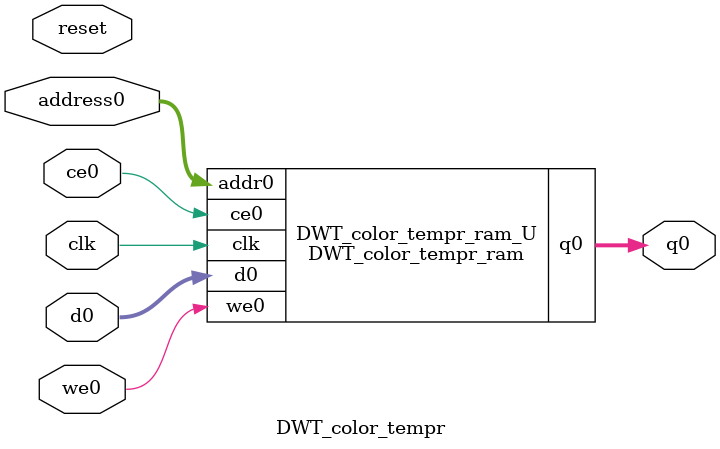
<source format=v>
`timescale 1 ns / 1 ps
module DWT_color_tempr_ram (addr0, ce0, d0, we0, q0,  clk);

parameter DWIDTH = 32;
parameter AWIDTH = 8;
parameter MEM_SIZE = 160;

input[AWIDTH-1:0] addr0;
input ce0;
input[DWIDTH-1:0] d0;
input we0;
output reg[DWIDTH-1:0] q0;
input clk;

(* ram_style = "block" *)reg [DWIDTH-1:0] ram[0:MEM_SIZE-1];




always @(posedge clk)  
begin 
    if (ce0) 
    begin
        if (we0) 
        begin 
            ram[addr0] <= d0; 
        end 
        q0 <= ram[addr0];
    end
end


endmodule

`timescale 1 ns / 1 ps
module DWT_color_tempr(
    reset,
    clk,
    address0,
    ce0,
    we0,
    d0,
    q0);

parameter DataWidth = 32'd32;
parameter AddressRange = 32'd160;
parameter AddressWidth = 32'd8;
input reset;
input clk;
input[AddressWidth - 1:0] address0;
input ce0;
input we0;
input[DataWidth - 1:0] d0;
output[DataWidth - 1:0] q0;



DWT_color_tempr_ram DWT_color_tempr_ram_U(
    .clk( clk ),
    .addr0( address0 ),
    .ce0( ce0 ),
    .we0( we0 ),
    .d0( d0 ),
    .q0( q0 ));

endmodule


</source>
